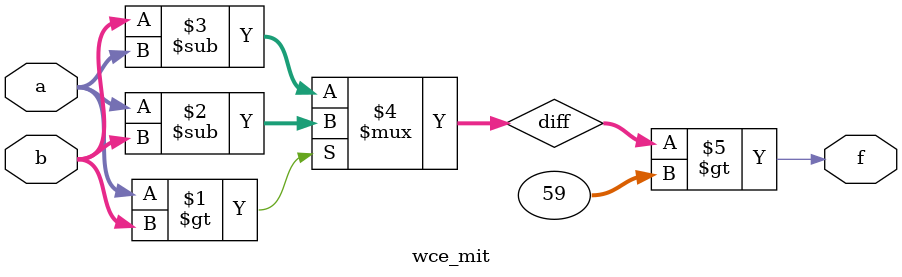
<source format=v>
module wce_mit(a, b, f);
parameter _bit = 8;
parameter wce = 59;
input [_bit - 1: 0] a;
input [_bit - 1: 0] b;
output f;
wire [_bit - 1: 0] diff;
assign diff = (a > b)? (a - b): (b - a);
assign f = (diff > wce);
endmodule

</source>
